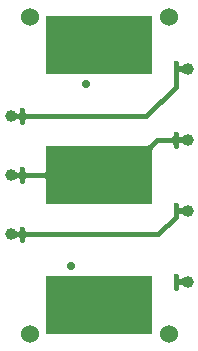
<source format=gbl>
G04*
G04 #@! TF.GenerationSoftware,Altium Limited,Altium Designer,22.4.2 (48)*
G04*
G04 Layer_Physical_Order=2*
G04 Layer_Color=16711680*
%FSLAX44Y44*%
%MOMM*%
G71*
G04*
G04 #@! TF.SameCoordinates,75CB8345-09F5-4D96-8CD2-F517BF26F09A*
G04*
G04*
G04 #@! TF.FilePolarity,Positive*
G04*
G01*
G75*
%ADD30C,0.3810*%
%ADD31C,1.0000*%
%ADD32C,0.7000*%
%ADD33C,1.5240*%
%ADD34C,0.3810*%
%ADD35C,0.7620*%
%ADD36R,9.0000X5.0000*%
G36*
X141943Y244412D02*
X142057Y243886D01*
X142248Y243422D01*
X142515Y243019D01*
X142858Y242679D01*
X143277Y242400D01*
X143772Y242184D01*
X144035Y242112D01*
X144220Y242160D01*
X144635Y242304D01*
X145030Y242479D01*
X145408Y242687D01*
X145767Y242926D01*
X146107Y243197D01*
X146429Y243500D01*
Y236500D01*
X146107Y236803D01*
X145767Y237074D01*
X145408Y237313D01*
X145030Y237521D01*
X144635Y237696D01*
X144220Y237840D01*
X144035Y237888D01*
X143772Y237816D01*
X143277Y237600D01*
X142858Y237321D01*
X142515Y236981D01*
X142248Y236578D01*
X142057Y236114D01*
X141943Y235588D01*
X141905Y235000D01*
X138095Y240000D01*
X141905Y245000D01*
X141943Y244412D01*
D02*
G37*
G36*
X11943Y204412D02*
X12057Y203886D01*
X12248Y203421D01*
X12515Y203019D01*
X12858Y202679D01*
X13277Y202400D01*
X13772Y202183D01*
X14343Y202029D01*
X14991Y201936D01*
X15715Y201905D01*
Y198095D01*
X14991Y198064D01*
X14343Y197971D01*
X13772Y197817D01*
X13277Y197600D01*
X12858Y197321D01*
X12515Y196981D01*
X12248Y196579D01*
X12057Y196114D01*
X11943Y195588D01*
X11905Y195000D01*
X8095D01*
X8057Y195588D01*
X7943Y196114D01*
X7752Y196579D01*
X7485Y196981D01*
X7143Y197321D01*
X6723Y197600D01*
X6228Y197817D01*
X5965Y197888D01*
X5780Y197840D01*
X5365Y197696D01*
X4970Y197521D01*
X4592Y197313D01*
X4233Y197074D01*
X3893Y196803D01*
X3571Y196500D01*
Y203500D01*
X3893Y203197D01*
X4233Y202926D01*
X4592Y202687D01*
X4970Y202479D01*
X5365Y202304D01*
X5780Y202160D01*
X5965Y202112D01*
X6228Y202183D01*
X6723Y202400D01*
X7143Y202679D01*
X7485Y203019D01*
X7752Y203421D01*
X7943Y203886D01*
X8057Y204412D01*
X8095Y205000D01*
X11905D01*
X11943Y204412D01*
D02*
G37*
G36*
X141943Y184412D02*
X142057Y183886D01*
X142248Y183421D01*
X142515Y183019D01*
X142858Y182679D01*
X143277Y182400D01*
X143772Y182184D01*
X144035Y182112D01*
X144220Y182160D01*
X144635Y182304D01*
X145030Y182479D01*
X145408Y182687D01*
X145767Y182926D01*
X146107Y183197D01*
X146429Y183500D01*
Y176500D01*
X146107Y176803D01*
X145767Y177074D01*
X145408Y177313D01*
X145030Y177521D01*
X144635Y177696D01*
X144220Y177840D01*
X144035Y177888D01*
X143772Y177817D01*
X143277Y177600D01*
X142858Y177321D01*
X142515Y176981D01*
X142248Y176579D01*
X142057Y176114D01*
X141943Y175588D01*
X141905Y175000D01*
X138095D01*
X138057Y175588D01*
X137943Y176114D01*
X137752Y176579D01*
X137485Y176981D01*
X137142Y177321D01*
X136723Y177600D01*
X136228Y177817D01*
X135657Y177971D01*
X135009Y178064D01*
X134285Y178095D01*
Y181905D01*
X135009Y181936D01*
X135657Y182029D01*
X136228Y182183D01*
X136723Y182400D01*
X137142Y182679D01*
X137485Y183019D01*
X137752Y183422D01*
X137943Y183886D01*
X138057Y184412D01*
X138095Y185000D01*
X141905D01*
X141943Y184412D01*
D02*
G37*
G36*
X122664Y175849D02*
X121867Y175026D01*
X120623Y173569D01*
X120176Y172935D01*
X119845Y172365D01*
X119631Y171858D01*
X119533Y171414D01*
X119552Y171033D01*
X119687Y170716D01*
X119939Y170461D01*
X113701Y174939D01*
X114048Y174779D01*
X114467Y174746D01*
X114959Y174838D01*
X115523Y175056D01*
X116160Y175400D01*
X116870Y175871D01*
X117653Y176467D01*
X119436Y178037D01*
X120437Y179011D01*
X122664Y175849D01*
D02*
G37*
G36*
X11943Y154412D02*
X12057Y153886D01*
X12248Y153421D01*
X12515Y153019D01*
X12858Y152679D01*
X13277Y152400D01*
X13772Y152184D01*
X14343Y152029D01*
X14991Y151936D01*
X15715Y151905D01*
Y148095D01*
X14991Y148064D01*
X14343Y147971D01*
X13772Y147816D01*
X13277Y147600D01*
X12858Y147321D01*
X12515Y146981D01*
X12248Y146579D01*
X12057Y146114D01*
X11943Y145588D01*
X11905Y145000D01*
X8095D01*
X8057Y145588D01*
X7943Y146114D01*
X7752Y146579D01*
X7485Y146981D01*
X7143Y147321D01*
X6723Y147600D01*
X6228Y147816D01*
X5965Y147888D01*
X5780Y147840D01*
X5365Y147696D01*
X4970Y147521D01*
X4592Y147313D01*
X4233Y147074D01*
X3893Y146803D01*
X3571Y146500D01*
Y153500D01*
X3893Y153197D01*
X4233Y152926D01*
X4592Y152687D01*
X4970Y152479D01*
X5365Y152304D01*
X5780Y152160D01*
X5965Y152112D01*
X6228Y152184D01*
X6723Y152400D01*
X7143Y152679D01*
X7485Y153019D01*
X7752Y153421D01*
X7943Y153886D01*
X8057Y154412D01*
X8095Y155000D01*
X11905D01*
X11943Y154412D01*
D02*
G37*
G36*
X30031Y146190D02*
X29992Y146552D01*
X29878Y146876D01*
X29688Y147162D01*
X29421Y147409D01*
X29078Y147619D01*
X28659Y147790D01*
X28164Y147924D01*
X27592Y148019D01*
X26944Y148076D01*
X26221Y148095D01*
Y151905D01*
X26944Y151924D01*
X27592Y151981D01*
X28164Y152077D01*
X28659Y152210D01*
X29078Y152381D01*
X29421Y152591D01*
X29688Y152838D01*
X29878Y153124D01*
X29992Y153448D01*
X30031Y153810D01*
Y146190D01*
D02*
G37*
G36*
X141943Y124412D02*
X142057Y123886D01*
X142248Y123421D01*
X142515Y123019D01*
X142858Y122679D01*
X143277Y122400D01*
X143772Y122184D01*
X144035Y122112D01*
X144220Y122160D01*
X144635Y122304D01*
X145030Y122479D01*
X145408Y122687D01*
X145767Y122926D01*
X146107Y123197D01*
X146429Y123500D01*
Y116500D01*
X146107Y116803D01*
X145767Y117074D01*
X145408Y117313D01*
X145030Y117521D01*
X144635Y117696D01*
X144220Y117840D01*
X144035Y117888D01*
X143772Y117816D01*
X143277Y117600D01*
X142858Y117321D01*
X142515Y116981D01*
X142248Y116578D01*
X142057Y116114D01*
X141943Y115588D01*
X141905Y115000D01*
X138095Y120000D01*
X141905Y125000D01*
X141943Y124412D01*
D02*
G37*
G36*
X11943Y104412D02*
X12057Y103886D01*
X12248Y103421D01*
X12515Y103019D01*
X12858Y102679D01*
X13277Y102400D01*
X13772Y102184D01*
X14343Y102029D01*
X14991Y101936D01*
X15715Y101905D01*
Y98095D01*
X14991Y98064D01*
X14343Y97971D01*
X13772Y97816D01*
X13277Y97600D01*
X12858Y97321D01*
X12515Y96981D01*
X12248Y96579D01*
X12057Y96114D01*
X11943Y95588D01*
X11905Y95000D01*
X8095D01*
X8057Y95588D01*
X7943Y96114D01*
X7752Y96579D01*
X7485Y96981D01*
X7143Y97321D01*
X6723Y97600D01*
X6228Y97816D01*
X5965Y97888D01*
X5780Y97840D01*
X5365Y97696D01*
X4970Y97521D01*
X4592Y97313D01*
X4233Y97074D01*
X3893Y96803D01*
X3571Y96500D01*
Y103500D01*
X3893Y103197D01*
X4233Y102926D01*
X4592Y102687D01*
X4970Y102479D01*
X5365Y102304D01*
X5780Y102160D01*
X5965Y102112D01*
X6228Y102184D01*
X6723Y102400D01*
X7143Y102679D01*
X7485Y103019D01*
X7752Y103421D01*
X7943Y103886D01*
X8057Y104412D01*
X8095Y105000D01*
X11905D01*
X11943Y104412D01*
D02*
G37*
G36*
X141943Y64412D02*
X142057Y63886D01*
X142248Y63422D01*
X142515Y63019D01*
X142858Y62679D01*
X143277Y62400D01*
X143772Y62184D01*
X144035Y62112D01*
X144220Y62160D01*
X144635Y62304D01*
X145030Y62479D01*
X145408Y62687D01*
X145767Y62926D01*
X146107Y63197D01*
X146429Y63500D01*
Y56500D01*
X146107Y56803D01*
X145767Y57074D01*
X145408Y57313D01*
X145030Y57521D01*
X144635Y57696D01*
X144220Y57840D01*
X144035Y57888D01*
X143772Y57816D01*
X143277Y57600D01*
X142858Y57321D01*
X142515Y56981D01*
X142248Y56578D01*
X142057Y56114D01*
X141943Y55588D01*
X141905Y55000D01*
X138095Y60000D01*
X141905Y65000D01*
X141943Y64412D01*
D02*
G37*
D30*
X140000Y225090D02*
Y235000D01*
X10000Y200000D02*
X114910D01*
X140000Y225090D01*
Y240000D02*
Y245000D01*
Y235000D02*
Y240000D01*
X150000D01*
X10000Y100000D02*
X125000D01*
X0D02*
X10000D01*
Y105000D01*
Y95000D02*
Y100000D01*
X0Y150000D02*
X10000D01*
Y155000D01*
Y145000D02*
Y150000D01*
X0Y200000D02*
X10000D01*
Y205000D01*
Y195000D02*
Y200000D01*
X140000Y60000D02*
Y65000D01*
Y55000D02*
Y60000D01*
X150000D01*
X140000Y120000D02*
Y125000D01*
Y115000D02*
Y120000D01*
X150000D01*
X125000Y100000D02*
X140000Y115000D01*
Y180000D02*
X150000D01*
X140000D02*
Y185000D01*
Y175000D02*
Y180000D01*
X10000Y150000D02*
X75000D01*
X124120Y180000D02*
X140000D01*
X75000Y150000D02*
X95000D01*
X118095Y173975D02*
X124120Y180000D01*
X118095Y173095D02*
Y173975D01*
X95000Y150000D02*
X118095Y173095D01*
D31*
X150000Y60000D02*
D03*
Y120000D02*
D03*
X0Y100000D02*
D03*
Y150000D02*
D03*
X150000Y180000D02*
D03*
Y240000D02*
D03*
X0Y200000D02*
D03*
D32*
X50950Y73000D02*
D03*
X63650Y227000D02*
D03*
D33*
X134000Y284000D02*
D03*
X16000D02*
D03*
X134000Y16000D02*
D03*
X16000D02*
D03*
D34*
X140000Y115000D02*
D03*
Y245000D02*
D03*
X10000Y195000D02*
D03*
Y205000D02*
D03*
Y145000D02*
D03*
Y155000D02*
D03*
Y95000D02*
D03*
Y105000D02*
D03*
X140000Y65000D02*
D03*
Y55000D02*
D03*
Y125000D02*
D03*
Y185000D02*
D03*
Y175000D02*
D03*
Y235000D02*
D03*
D35*
X50950Y40000D02*
D03*
X63650Y260000D02*
D03*
D36*
X75000Y40000D02*
D03*
Y260000D02*
D03*
Y150000D02*
D03*
M02*

</source>
